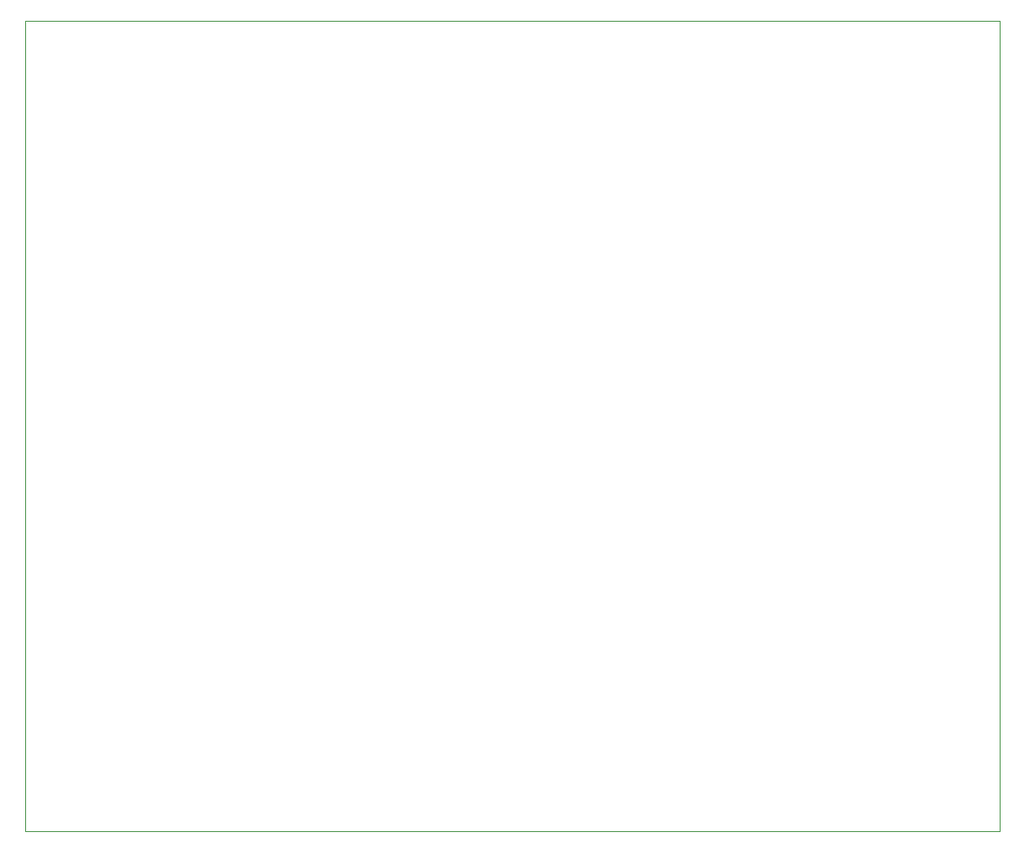
<source format=gko>
G75*
G70*
%OFA0B0*%
%FSLAX25Y25*%
%IPPOS*%
%LPD*%
%AMOC8*
5,1,8,0,0,1.08239X$1,22.5*
%
%ADD66C,0.00394*%
X0000000Y0000000D02*
%LPD*%
G01*
D66*
X0374016Y0311024D02*
X0374016Y0000000D01*
X0000000Y0311024D02*
X0000000Y0000000D01*
X0374016Y0000000D02*
X0000000Y0000000D01*
X0000000Y0311024D02*
X0374016Y0311024D01*
X0108022Y0277881D02*
G01*
G75*
X0221949Y0091339D02*
G01*
G75*
X0064862Y0159547D02*
G01*
G75*
X0315551Y0301506D02*
G01*
G75*
X0085039Y0122047D02*
G01*
G75*
M02*

</source>
